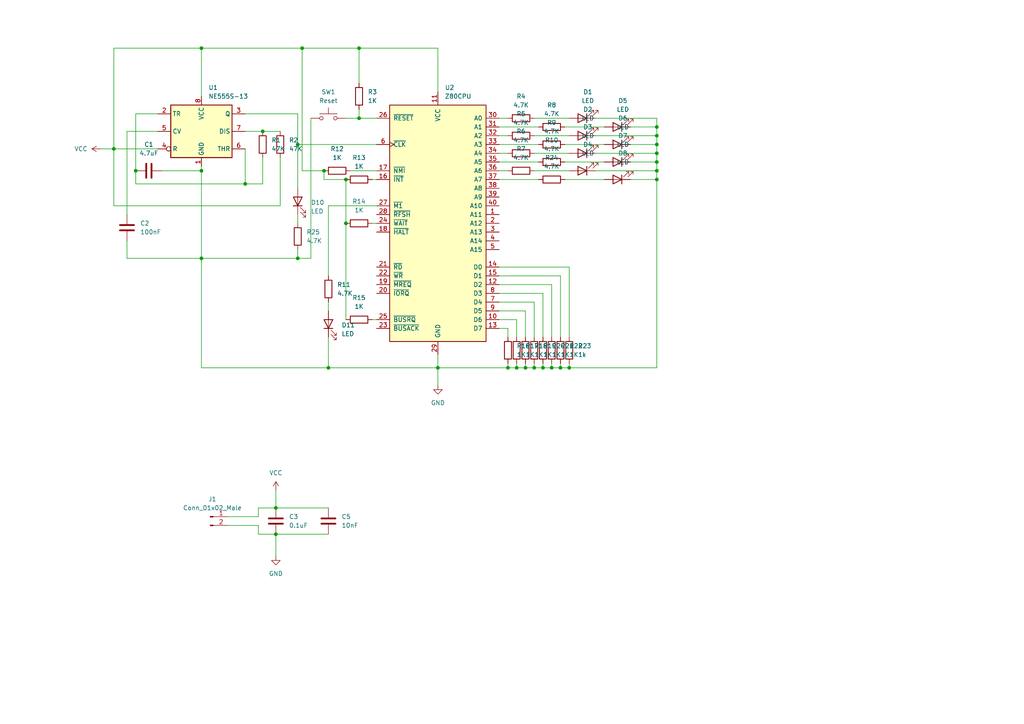
<source format=kicad_sch>
(kicad_sch (version 20211123) (generator eeschema)
  (paper "A4")
  (title_block (title "Z80 tester / blinker ") (date "2022-11-22") (rev "1.0") (company "VarioStudio") (comment 1 "All LEDs should be 1ma rated") (comment 2 "555 timer is set up to approx 0.5 sec perion (R1=R2=47K, C=4.7uF)") (comment 3 "VCC = 5v") (comment 4 "Z80 is not designed to drive LEDs. For short use only"))
  (lib_symbols
    (symbol "CPU:Z80CPU" (pin_names (offset 1.016))
      (property "Reference" "U" (at -13.97 35.56 0))
      (property "Value" "Z80CPU" (at 6.35 35.56 0))
      (symbol "Z80CPU_0_1"
        (rectangle (start -13.97 34.29) (end 13.97 -34.29) (stroke (width 0.254)) (fill (type background)))
      )
      (symbol "Z80CPU_1_1"
        (pin output line (at 17.78 2.54 180) (length 3.81) (name "A11") (number "1"))
        (pin bidirectional line (at 17.78 -27.94 180) (length 3.81) (name "D6") (number "10"))
        (pin power_in line (at 0 38.1 270) (length 3.81) (name "VCC") (number "11"))
        (pin bidirectional line (at 17.78 -17.78 180) (length 3.81) (name "D2") (number "12"))
        (pin bidirectional line (at 17.78 -30.48 180) (length 3.81) (name "D7") (number "13"))
        (pin bidirectional line (at 17.78 -12.7 180) (length 3.81) (name "D0") (number "14"))
        (pin bidirectional line (at 17.78 -15.24 180) (length 3.81) (name "D1") (number "15"))
        (pin input line (at -17.78 12.7 0) (length 3.81) (name "~{INT}") (number "16"))
        (pin input line (at -17.78 15.24 0) (length 3.81) (name "~{NMI}") (number "17"))
        (pin output line (at -17.78 -2.54 0) (length 3.81) (name "~{HALT}") (number "18"))
        (pin output line (at -17.78 -17.78 0) (length 3.81) (name "~{MREQ}") (number "19"))
        (pin output line (at 17.78 0 180) (length 3.81) (name "A12") (number "2"))
        (pin output line (at -17.78 -20.32 0) (length 3.81) (name "~{IORQ}") (number "20"))
        (pin output line (at -17.78 -12.7 0) (length 3.81) (name "~{RD}") (number "21"))
        (pin output line (at -17.78 -15.24 0) (length 3.81) (name "~{WR}") (number "22"))
        (pin output line (at -17.78 -30.48 0) (length 3.81) (name "~{BUSACK}") (number "23"))
        (pin input line (at -17.78 0 0) (length 3.81) (name "~{WAIT}") (number "24"))
        (pin input line (at -17.78 -27.94 0) (length 3.81) (name "~{BUSRQ}") (number "25"))
        (pin input line (at -17.78 30.48 0) (length 3.81) (name "~{RESET}") (number "26"))
        (pin output line (at -17.78 5.08 0) (length 3.81) (name "~{M1}") (number "27"))
        (pin output line (at -17.78 2.54 0) (length 3.81) (name "~{RFSH}") (number "28"))
        (pin power_in line (at 0 -38.1 90) (length 3.81) (name "GND") (number "29"))
        (pin output line (at 17.78 -2.54 180) (length 3.81) (name "A13") (number "3"))
        (pin output line (at 17.78 30.48 180) (length 3.81) (name "A0") (number "30"))
        (pin output line (at 17.78 27.94 180) (length 3.81) (name "A1") (number "31"))
        (pin output line (at 17.78 25.4 180) (length 3.81) (name "A2") (number "32"))
        (pin output line (at 17.78 22.86 180) (length 3.81) (name "A3") (number "33"))
        (pin output line (at 17.78 20.32 180) (length 3.81) (name "A4") (number "34"))
        (pin output line (at 17.78 17.78 180) (length 3.81) (name "A5") (number "35"))
        (pin output line (at 17.78 15.24 180) (length 3.81) (name "A6") (number "36"))
        (pin output line (at 17.78 12.7 180) (length 3.81) (name "A7") (number "37"))
        (pin output line (at 17.78 10.16 180) (length 3.81) (name "A8") (number "38"))
        (pin output line (at 17.78 7.62 180) (length 3.81) (name "A9") (number "39"))
        (pin output line (at 17.78 -5.08 180) (length 3.81) (name "A14") (number "4"))
        (pin output line (at 17.78 5.08 180) (length 3.81) (name "A10") (number "40"))
        (pin output line (at 17.78 -7.62 180) (length 3.81) (name "A15") (number "5"))
        (pin input clock (at -17.78 22.86 0) (length 3.81) (name "~{CLK}") (number "6"))
        (pin bidirectional line (at 17.78 -22.86 180) (length 3.81) (name "D4") (number "7"))
        (pin bidirectional line (at 17.78 -20.32 180) (length 3.81) (name "D3") (number "8"))
        (pin bidirectional line (at 17.78 -25.4 180) (length 3.81) (name "D5") (number "9"))
      )
    )
    (symbol "Connector:Conn_01x02_Male" (pin_names (offset 1.016) hide)
      (property "Reference" "J" (at 0 2.54 0))
      (property "Value" "Conn_01x02_Male" (at 0 -5.08 0))
      (symbol "Conn_01x02_Male_1_1"
        (polyline (pts (xy 1.27 -2.54) (xy 0.8636 -2.54)) (stroke (width 0.1524)))
        (polyline (pts (xy 1.27 0) (xy 0.8636 0)) (stroke (width 0.1524)))
        (rectangle (start 0.8636 -2.413) (end 0 -2.667) (stroke (width 0.1524)) (fill (type outline)))
        (rectangle (start 0.8636 0.127) (end 0 -0.127) (stroke (width 0.1524)) (fill (type outline)))
        (pin passive line (at 5.08 0 180) (length 3.81) (name "Pin_1") (number "1"))
        (pin passive line (at 5.08 -2.54 180) (length 3.81) (name "Pin_2") (number "2"))
      )
    )
    (symbol "Device:C" (pin_numbers hide) (pin_names (offset 0.254))
      (property "Reference" "C" (at 0.635 2.54 0))
      (property "Value" "C" (at 0.635 -2.54 0))
      (symbol "C_0_1"
        (polyline (pts (xy -2.032 -0.762) (xy 2.032 -0.762)) (stroke (width 0.508)))
        (polyline (pts (xy -2.032 0.762) (xy 2.032 0.762)) (stroke (width 0.508)))
      )
      (symbol "C_1_1"
        (pin passive line (at 0 3.81 270) (length 2.794) (name "~") (number "1"))
        (pin passive line (at 0 -3.81 90) (length 2.794) (name "~") (number "2"))
      )
    )
    (symbol "Device:LED" (pin_numbers hide) (pin_names (offset 1.016) hide)
      (property "Reference" "D" (at 0 2.54 0))
      (property "Value" "LED" (at 0 -2.54 0))
      (symbol "LED_0_1"
        (polyline (pts (xy -1.27 -1.27) (xy -1.27 1.27)) (stroke (width 0.254)))
        (polyline (pts (xy -1.27 0) (xy 1.27 0)))
        (polyline (pts (xy 1.27 -1.27) (xy 1.27 1.27) (xy -1.27 0) (xy 1.27 -1.27)) (stroke (width 0.254)))
        (polyline (pts (xy -3.048 -0.762) (xy -4.572 -2.286) (xy -3.81 -2.286) (xy -4.572 -2.286) (xy -4.572 -1.524)))
        (polyline (pts (xy -1.778 -0.762) (xy -3.302 -2.286) (xy -2.54 -2.286) (xy -3.302 -2.286) (xy -3.302 -1.524)))
      )
      (symbol "LED_1_1"
        (pin passive line (at -3.81 0 0) (length 2.54) (name "K") (number "1"))
        (pin passive line (at 3.81 0 180) (length 2.54) (name "A") (number "2"))
      )
    )
    (symbol "Device:R" (pin_numbers hide) (pin_names (offset 0))
      (property "Reference" "R" (at 2.032 0 90))
      (property "Value" "R" (at 0 0 90))
      (symbol "R_0_1"
        (rectangle (start -1.016 -2.54) (end 1.016 2.54) (stroke (width 0.254)))
      )
      (symbol "R_1_1"
        (pin passive line (at 0 3.81 270) (length 1.27) (name "~") (number "1"))
        (pin passive line (at 0 -3.81 90) (length 1.27) (name "~") (number "2"))
      )
    )
    (symbol "Switch:SW_Push" (pin_numbers hide) (pin_names (offset 1.016) hide)
      (property "Reference" "SW" (at 1.27 2.54 0))
      (property "Value" "SW_Push" (at 0 -1.524 0))
      (symbol "SW_Push_0_1"
        (circle (center -2.032 0) (radius 0.508))
        (polyline (pts (xy 0 1.27) (xy 0 3.048)))
        (polyline (pts (xy 2.54 1.27) (xy -2.54 1.27)))
        (circle (center 2.032 0) (radius 0.508))
        (pin passive line (at -5.08 0 0) (length 2.54) (name "1") (number "1"))
        (pin passive line (at 5.08 0 180) (length 2.54) (name "2") (number "2"))
      )
    )
    (symbol "Timer:NA555P"
      (property "Reference" "U" (at -10.16 8.89 0))
      (property "Value" "NA555P" (at 2.54 8.89 0))
      (symbol "NA555P_0_0"
        (pin power_in line (at 0 -10.16 90) (length 2.54) (name "GND") (number "1"))
        (pin power_in line (at 0 10.16 270) (length 2.54) (name "VCC") (number "8"))
      )
      (symbol "NA555P_0_1"
        (rectangle (start -8.89 -7.62) (end 8.89 7.62) (stroke (width 0.254)) (fill (type background)))
        (rectangle (start -8.89 -7.62) (end 8.89 7.62) (stroke (width 0.254)) (fill (type background)))
      )
      (symbol "NA555P_1_1"
        (pin input line (at -12.7 5.08 0) (length 3.81) (name "TR") (number "2"))
        (pin output line (at 12.7 5.08 180) (length 3.81) (name "Q") (number "3"))
        (pin input inverted (at -12.7 -5.08 0) (length 3.81) (name "R") (number "4"))
        (pin input line (at -12.7 0 0) (length 3.81) (name "CV") (number "5"))
        (pin input line (at 12.7 -5.08 180) (length 3.81) (name "THR") (number "6"))
        (pin input line (at 12.7 0 180) (length 3.81) (name "DIS") (number "7"))
      )
    )
    (symbol "power:GND" (power) (pin_names (offset 0))
      (property "Value" "GND" (at 0 -3.81 0))
      (symbol "GND_0_1"
        (polyline (pts (xy 0 0) (xy 0 -1.27) (xy 1.27 -1.27) (xy 0 -2.54) (xy -1.27 -1.27) (xy 0 -1.27)))
      )
      (symbol "GND_1_1"
        (pin power_in line (at 0 0 270) (length 0) hide (name "GND") (number "1"))
      )
    )
    (symbol "power:VCC" (power) (pin_names (offset 0))
      (property "Value" "VCC" (at 0 3.81 0))
      (symbol "VCC_0_1"
        (polyline (pts (xy -0.762 1.27) (xy 0 2.54)))
        (polyline (pts (xy 0 0) (xy 0 2.54)))
        (polyline (pts (xy 0 2.54) (xy 0.762 1.27)))
      )
      (symbol "VCC_1_1"
        (pin power_in line (at 0 0 90) (length 0) hide (name "VCC") (number "1"))
      )
    )
  )
  (junction (at 58.42 74.93))
  (junction (at 190.5 36.83))
  (junction (at 149.86 106.68))
  (junction (at 58.42 49.53))
  (junction (at 127 106.68))
  (junction (at 86.36 74.93))
  (junction (at 93.98 49.53))
  (junction (at 87.63 13.97))
  (junction (at 190.5 46.99))
  (junction (at 157.48 106.68))
  (junction (at 100.33 52.07))
  (junction (at 165.1 106.68))
  (junction (at 80.01 147.32))
  (junction (at 190.5 44.45))
  (junction (at 86.36 41.91))
  (junction (at 71.12 53.34))
  (junction (at 190.5 49.53))
  (junction (at 104.14 13.97))
  (junction (at 152.4 106.68))
  (junction (at 147.32 106.68))
  (junction (at 39.37 49.53))
  (junction (at 162.56 106.68))
  (junction (at 80.01 154.94))
  (junction (at 190.5 52.07))
  (junction (at 154.94 106.68))
  (junction (at 100.33 64.77))
  (junction (at 95.25 106.68))
  (junction (at 190.5 39.37))
  (junction (at 104.14 34.29))
  (junction (at 160.02 106.68))
  (junction (at 76.2 38.1))
  (junction (at 33.02 43.18))
  (junction (at 58.42 13.97))
  (junction (at 190.5 41.91))
  (wire (pts (xy 58.42 49.53) (xy 58.42 74.93)))
  (wire (pts (xy 154.94 39.37) (xy 165.1 39.37)))
  (wire (pts (xy 58.42 74.93) (xy 58.42 106.68)))
  (wire (pts (xy 149.86 105.41) (xy 149.86 106.68)))
  (wire (pts (xy 93.98 49.53) (xy 87.63 49.53)))
  (wire (pts (xy 190.5 44.45) (xy 190.5 46.99)))
  (wire (pts (xy 144.78 52.07) (xy 156.21 52.07)))
  (wire (pts (xy 86.36 74.93) (xy 58.42 74.93)))
  (wire (pts (xy 144.78 36.83) (xy 156.21 36.83)))
  (wire (pts (xy 86.36 33.02) (xy 71.12 33.02)))
  (wire (pts (xy 33.02 43.18) (xy 33.02 59.69)))
  (wire (pts (xy 144.78 34.29) (xy 147.32 34.29)))
  (wire (pts (xy 154.94 105.41) (xy 154.94 106.68)))
  (wire (pts (xy 144.78 41.91) (xy 156.21 41.91)))
  (wire (pts (xy 144.78 49.53) (xy 147.32 49.53)))
  (wire (pts (xy 87.63 13.97) (xy 104.14 13.97)))
  (wire (pts (xy 66.04 152.4) (xy 74.93 152.4)))
  (wire (pts (xy 190.5 46.99) (xy 190.5 49.53)))
  (wire (pts (xy 58.42 27.94) (xy 58.42 13.97)))
  (wire (pts (xy 107.95 64.77) (xy 109.22 64.77)))
  (wire (pts (xy 163.83 41.91) (xy 175.26 41.91)))
  (wire (pts (xy 144.78 80.01) (xy 162.56 80.01)))
  (wire (pts (xy 109.22 41.91) (xy 86.36 41.91)))
  (wire (pts (xy 80.01 147.32) (xy 95.25 147.32)))
  (wire (pts (xy 182.88 52.07) (xy 190.5 52.07)))
  (wire (pts (xy 127 102.87) (xy 127 106.68)))
  (wire (pts (xy 39.37 53.34) (xy 39.37 49.53)))
  (wire (pts (xy 160.02 82.55) (xy 144.78 82.55)))
  (wire (pts (xy 144.78 39.37) (xy 147.32 39.37)))
  (wire (pts (xy 144.78 44.45) (xy 147.32 44.45)))
  (wire (pts (xy 71.12 38.1) (xy 76.2 38.1)))
  (wire (pts (xy 154.94 44.45) (xy 165.1 44.45)))
  (wire (pts (xy 163.83 46.99) (xy 175.26 46.99)))
  (wire (pts (xy 172.72 49.53) (xy 190.5 49.53)))
  (wire (pts (xy 160.02 106.68) (xy 162.56 106.68)))
  (wire (pts (xy 100.33 64.77) (xy 100.33 92.71)))
  (wire (pts (xy 101.6 49.53) (xy 109.22 49.53)))
  (wire (pts (xy 162.56 106.68) (xy 165.1 106.68)))
  (wire (pts (xy 147.32 106.68) (xy 149.86 106.68)))
  (wire (pts (xy 86.36 41.91) (xy 86.36 54.61)))
  (wire (pts (xy 190.5 39.37) (xy 190.5 41.91)))
  (wire (pts (xy 90.17 74.93) (xy 86.36 74.93)))
  (wire (pts (xy 76.2 38.1) (xy 81.28 38.1)))
  (wire (pts (xy 157.48 105.41) (xy 157.48 106.68)))
  (wire (pts (xy 147.32 97.79) (xy 147.32 95.25)))
  (wire (pts (xy 104.14 13.97) (xy 127 13.97)))
  (wire (pts (xy 154.94 49.53) (xy 165.1 49.53)))
  (wire (pts (xy 80.01 154.94) (xy 80.01 161.29)))
  (wire (pts (xy 74.93 149.86) (xy 74.93 147.32)))
  (wire (pts (xy 190.5 41.91) (xy 190.5 44.45)))
  (wire (pts (xy 107.95 92.71) (xy 109.22 92.71)))
  (wire (pts (xy 144.78 90.17) (xy 152.4 90.17)))
  (wire (pts (xy 74.93 147.32) (xy 80.01 147.32)))
  (wire (pts (xy 190.5 52.07) (xy 190.5 106.68)))
  (wire (pts (xy 127 106.68) (xy 147.32 106.68)))
  (wire (pts (xy 33.02 13.97) (xy 58.42 13.97)))
  (wire (pts (xy 86.36 72.39) (xy 86.36 74.93)))
  (wire (pts (xy 165.1 106.68) (xy 190.5 106.68)))
  (wire (pts (xy 190.5 49.53) (xy 190.5 52.07)))
  (wire (pts (xy 95.25 59.69) (xy 95.25 80.01)))
  (wire (pts (xy 154.94 87.63) (xy 144.78 87.63)))
  (wire (pts (xy 95.25 87.63) (xy 95.25 90.17)))
  (wire (pts (xy 127 106.68) (xy 127 111.76)))
  (wire (pts (xy 81.28 45.72) (xy 81.28 59.69)))
  (wire (pts (xy 109.22 59.69) (xy 95.25 59.69)))
  (wire (pts (xy 104.14 34.29) (xy 109.22 34.29)))
  (wire (pts (xy 58.42 48.26) (xy 58.42 49.53)))
  (wire (pts (xy 39.37 49.53) (xy 39.37 33.02)))
  (wire (pts (xy 100.33 34.29) (xy 104.14 34.29)))
  (wire (pts (xy 154.94 97.79) (xy 154.94 87.63)))
  (wire (pts (xy 93.98 49.53) (xy 93.98 52.07)))
  (wire (pts (xy 165.1 77.47) (xy 165.1 97.79)))
  (wire (pts (xy 76.2 45.72) (xy 76.2 53.34)))
  (wire (pts (xy 152.4 105.41) (xy 152.4 106.68)))
  (wire (pts (xy 144.78 77.47) (xy 165.1 77.47)))
  (wire (pts (xy 36.83 74.93) (xy 58.42 74.93)))
  (wire (pts (xy 172.72 39.37) (xy 190.5 39.37)))
  (wire (pts (xy 86.36 62.23) (xy 86.36 64.77)))
  (wire (pts (xy 157.48 85.09) (xy 157.48 97.79)))
  (wire (pts (xy 66.04 149.86) (xy 74.93 149.86)))
  (wire (pts (xy 80.01 142.24) (xy 80.01 147.32)))
  (wire (pts (xy 172.72 44.45) (xy 190.5 44.45)))
  (wire (pts (xy 162.56 80.01) (xy 162.56 97.79)))
  (wire (pts (xy 154.94 106.68) (xy 157.48 106.68)))
  (wire (pts (xy 45.72 43.18) (xy 33.02 43.18)))
  (wire (pts (xy 74.93 154.94) (xy 80.01 154.94)))
  (wire (pts (xy 58.42 13.97) (xy 87.63 13.97)))
  (wire (pts (xy 160.02 97.79) (xy 160.02 82.55)))
  (wire (pts (xy 100.33 52.07) (xy 100.33 64.77)))
  (wire (pts (xy 36.83 62.23) (xy 36.83 38.1)))
  (wire (pts (xy 147.32 105.41) (xy 147.32 106.68)))
  (wire (pts (xy 39.37 33.02) (xy 45.72 33.02)))
  (wire (pts (xy 182.88 36.83) (xy 190.5 36.83)))
  (wire (pts (xy 107.95 52.07) (xy 109.22 52.07)))
  (wire (pts (xy 29.21 43.18) (xy 33.02 43.18)))
  (wire (pts (xy 149.86 97.79) (xy 149.86 92.71)))
  (wire (pts (xy 149.86 106.68) (xy 152.4 106.68)))
  (wire (pts (xy 172.72 34.29) (xy 190.5 34.29)))
  (wire (pts (xy 71.12 53.34) (xy 39.37 53.34)))
  (wire (pts (xy 104.14 31.75) (xy 104.14 34.29)))
  (wire (pts (xy 46.99 49.53) (xy 58.42 49.53)))
  (wire (pts (xy 76.2 53.34) (xy 71.12 53.34)))
  (wire (pts (xy 87.63 49.53) (xy 87.63 13.97)))
  (wire (pts (xy 90.17 34.29) (xy 90.17 74.93)))
  (wire (pts (xy 95.25 106.68) (xy 127 106.68)))
  (wire (pts (xy 104.14 13.97) (xy 104.14 24.13)))
  (wire (pts (xy 163.83 52.07) (xy 175.26 52.07)))
  (wire (pts (xy 74.93 152.4) (xy 74.93 154.94)))
  (wire (pts (xy 144.78 85.09) (xy 157.48 85.09)))
  (wire (pts (xy 154.94 34.29) (xy 165.1 34.29)))
  (wire (pts (xy 144.78 46.99) (xy 156.21 46.99)))
  (wire (pts (xy 149.86 92.71) (xy 144.78 92.71)))
  (wire (pts (xy 33.02 43.18) (xy 33.02 13.97)))
  (wire (pts (xy 182.88 46.99) (xy 190.5 46.99)))
  (wire (pts (xy 157.48 106.68) (xy 160.02 106.68)))
  (wire (pts (xy 165.1 105.41) (xy 165.1 106.68)))
  (wire (pts (xy 36.83 38.1) (xy 45.72 38.1)))
  (wire (pts (xy 190.5 36.83) (xy 190.5 39.37)))
  (wire (pts (xy 93.98 52.07) (xy 100.33 52.07)))
  (wire (pts (xy 162.56 105.41) (xy 162.56 106.68)))
  (wire (pts (xy 58.42 106.68) (xy 95.25 106.68)))
  (wire (pts (xy 152.4 106.68) (xy 154.94 106.68)))
  (wire (pts (xy 182.88 41.91) (xy 190.5 41.91)))
  (wire (pts (xy 86.36 41.91) (xy 86.36 33.02)))
  (wire (pts (xy 147.32 95.25) (xy 144.78 95.25)))
  (wire (pts (xy 95.25 97.79) (xy 95.25 106.68)))
  (wire (pts (xy 163.83 36.83) (xy 175.26 36.83)))
  (wire (pts (xy 152.4 90.17) (xy 152.4 97.79)))
  (wire (pts (xy 190.5 34.29) (xy 190.5 36.83)))
  (wire (pts (xy 36.83 69.85) (xy 36.83 74.93)))
  (wire (pts (xy 71.12 43.18) (xy 71.12 53.34)))
  (wire (pts (xy 80.01 154.94) (xy 95.25 154.94)))
  (wire (pts (xy 33.02 59.69) (xy 81.28 59.69)))
  (wire (pts (xy 127 13.97) (xy 127 26.67)))
  (wire (pts (xy 160.02 105.41) (xy 160.02 106.68)))
  (symbol (lib_id "Device:R") (at 86.36 68.58 0) (unit 1)
    (property "Reference" "R25" (at 88.9 67.3099 0) (effects (justify left)))
    (property "Value" "4.7K" (at 88.9 69.8499 0) (effects (justify left)))
    (property "Footprint" "Resistor_SMD:R_0603_1608Metric" (effects hide))
  )
  (symbol (lib_id "power:GND") (at 127 111.76 0) (unit 1)
    (property "Reference" "#PWR05" (effects hide))
    (property "Value" "GND" (at 127 116.84 0))
  )
  (symbol (lib_id "Device:C") (at 80.01 151.13 0) (unit 1)
    (property "Reference" "C3" (at 83.82 149.8599 0) (effects (justify left)))
    (property "Value" "0.1uF" (at 83.82 152.3999 0) (effects (justify left)))
    (property "Footprint" "Capacitor_SMD:C_0603_1608Metric" (effects hide))
  )
  (symbol (lib_id "Device:R") (at 160.02 46.99 90) (unit 1)
    (property "Reference" "R10" (at 160.02 40.64 90))
    (property "Value" "4.7K" (at 160.02 43.18 90))
    (property "Footprint" "Resistor_SMD:R_0603_1608Metric" (effects hide))
  )
  (symbol (lib_id "Device:R") (at 104.14 92.71 90) (unit 1)
    (property "Reference" "R15" (at 104.14 86.36 90))
    (property "Value" "1K" (at 104.14 88.9 90))
    (property "Footprint" "Resistor_SMD:R_0603_1608Metric" (effects hide))
  )
  (symbol (lib_id "Device:R") (at 160.02 41.91 90) (unit 1)
    (property "Reference" "R9" (at 160.02 35.56 90))
    (property "Value" "4.7K" (at 160.02 38.1 90))
    (property "Footprint" "Resistor_SMD:R_0603_1608Metric" (effects hide))
  )
  (symbol (lib_id "Device:LED") (at 179.07 52.07 180) (unit 1)
    (property "Reference" "D8" (at 180.6575 44.45 0))
    (property "Value" "LED" (at 180.6575 46.99 0))
    (property "Footprint" "LED_SMD:LED_0402_1005Metric" (effects hide))
  )
  (symbol (lib_id "Device:R") (at 147.32 101.6 0) (unit 1)
    (property "Reference" "R16" (at 149.86 100.3299 0) (effects (justify left)))
    (property "Value" "1K" (at 149.86 102.8699 0) (effects (justify left)))
    (property "Footprint" "Resistor_SMD:R_0603_1608Metric" (effects hide))
  )
  (symbol (lib_id "power:VCC") (at 29.21 43.18 90) (unit 1)
    (property "Reference" "#PWR02" (effects hide))
    (property "Value" "VCC" (at 25.4 43.1799 90) (effects (justify left)))
  )
  (symbol (lib_id "Device:R") (at 160.02 36.83 90) (unit 1)
    (property "Reference" "R8" (at 160.02 30.48 90))
    (property "Value" "4.7K" (at 160.02 33.02 90))
    (property "Footprint" "Resistor_SMD:R_0603_1608Metric" (effects hide))
  )
  (symbol (lib_id "Device:LED") (at 179.07 36.83 180) (unit 1)
    (property "Reference" "D5" (at 180.6575 29.21 0))
    (property "Value" "LED" (at 180.6575 31.75 0))
    (property "Footprint" "LED_SMD:LED_0402_1005Metric" (effects hide))
  )
  (symbol (lib_id "Device:R") (at 104.14 64.77 90) (unit 1)
    (property "Reference" "R14" (at 104.14 58.42 90))
    (property "Value" "1K" (at 104.14 60.96 90))
    (property "Footprint" "Resistor_SMD:R_0603_1608Metric" (effects hide))
  )
  (symbol (lib_id "Device:R") (at 95.25 83.82 0) (unit 1)
    (property "Reference" "R11" (at 97.79 82.5499 0) (effects (justify left)))
    (property "Value" "4.7K" (at 97.79 85.0899 0) (effects (justify left)))
    (property "Footprint" "Resistor_SMD:R_0603_1608Metric" (effects hide))
  )
  (symbol (lib_id "Device:R") (at 149.86 101.6 0) (unit 1)
    (property "Reference" "R17" (at 152.4 100.3299 0) (effects (justify left)))
    (property "Value" "1K" (at 152.4 102.8699 0) (effects (justify left)))
    (property "Footprint" "Resistor_SMD:R_0603_1608Metric" (effects hide))
  )
  (symbol (lib_id "Device:R") (at 160.02 52.07 90) (unit 1)
    (property "Reference" "R24" (at 160.02 45.72 90))
    (property "Value" "4.7K" (at 160.02 48.26 90))
    (property "Footprint" "Resistor_SMD:R_0603_1608Metric" (effects hide))
  )
  (symbol (lib_id "Device:R") (at 152.4 101.6 0) (unit 1)
    (property "Reference" "R18" (at 154.94 100.3299 0) (effects (justify left)))
    (property "Value" "1K" (at 154.94 102.8699 0) (effects (justify left)))
    (property "Footprint" "Resistor_SMD:R_0603_1608Metric" (effects hide))
  )
  (symbol (lib_id "Device:LED") (at 168.91 34.29 180) (unit 1)
    (property "Reference" "D1" (at 170.4975 26.67 0))
    (property "Value" "LED" (at 170.4975 29.21 0))
    (property "Footprint" "LED_SMD:LED_0402_1005Metric" (effects hide))
  )
  (symbol (lib_id "Device:LED") (at 179.07 46.99 180) (unit 1)
    (property "Reference" "D7" (at 180.6575 39.37 0))
    (property "Value" "LED" (at 180.6575 41.91 0))
    (property "Footprint" "LED_SMD:LED_0402_1005Metric" (effects hide))
  )
  (symbol (lib_id "Device:LED") (at 168.91 49.53 180) (unit 1)
    (property "Reference" "D4" (at 170.4975 41.91 0))
    (property "Value" "LED" (at 170.4975 44.45 0))
    (property "Footprint" "LED_SMD:LED_0402_1005Metric" (effects hide))
  )
  (symbol (lib_id "Device:R") (at 97.79 49.53 90) (unit 1)
    (property "Reference" "R12" (at 97.79 43.18 90))
    (property "Value" "1K" (at 97.79 45.72 90))
    (property "Footprint" "Resistor_SMD:R_0603_1608Metric" (effects hide))
  )
  (symbol (lib_id "Device:R") (at 154.94 101.6 0) (unit 1)
    (property "Reference" "R19" (at 157.48 100.3299 0) (effects (justify left)))
    (property "Value" "1K" (at 157.48 102.8699 0) (effects (justify left)))
    (property "Footprint" "Resistor_SMD:R_0603_1608Metric" (effects hide))
  )
  (symbol (lib_id "Device:R") (at 165.1 101.6 0) (unit 1)
    (property "Reference" "R23" (at 167.64 100.3299 0) (effects (justify left)))
    (property "Value" "1k" (at 167.64 102.8699 0) (effects (justify left)))
    (property "Footprint" "Resistor_SMD:R_0603_1608Metric" (effects hide))
  )
  (symbol (lib_id "Device:C") (at 36.83 66.04 0) (unit 1)
    (property "Reference" "C2" (at 40.64 64.7699 0) (effects (justify left)))
    (property "Value" "100nF" (at 40.64 67.3099 0) (effects (justify left)))
    (property "Footprint" "Capacitor_SMD:C_0603_1608Metric" (effects hide))
  )
  (symbol (lib_id "Device:R") (at 151.13 39.37 90) (unit 1)
    (property "Reference" "R5" (at 151.13 33.02 90))
    (property "Value" "4.7K" (at 151.13 35.56 90))
    (property "Footprint" "Resistor_SMD:R_0603_1608Metric" (effects hide))
  )
  (symbol (lib_id "power:VCC") (at 80.01 142.24 0) (unit 1)
    (property "Reference" "#PWR03" (effects hide))
    (property "Value" "VCC" (at 80.01 137.16 0))
  )
  (symbol (lib_id "Device:R") (at 157.48 101.6 0) (unit 1)
    (property "Reference" "R20" (at 160.02 100.3299 0) (effects (justify left)))
    (property "Value" "1K" (at 160.02 102.8699 0) (effects (justify left)))
    (property "Footprint" "Resistor_SMD:R_0603_1608Metric" (effects hide))
  )
  (symbol (lib_id "power:GND") (at 80.01 161.29 0) (unit 1)
    (property "Reference" "#PWR04" (effects hide))
    (property "Value" "GND" (at 80.01 166.37 0))
  )
  (symbol (lib_id "CPU:Z80CPU") (at 127 64.77 0) (unit 1)
    (property "Reference" "U2" (at 129.0194 25.4 0) (effects (justify left)))
    (property "Value" "Z80CPU" (at 129.0194 27.94 0) (effects (justify left)))
    (property "Footprint" "Package_DIP:DIP-40_W15.24mm_Socket" (effects hide))
    (property "Datasheet" "www.zilog.com/manage_directlink.php?filepath=docs/z80/um0080" (effects hide))
  )
  (symbol (lib_id "Device:C") (at 43.18 49.53 90) (unit 1)
    (property "Reference" "C1" (at 43.18 41.91 90))
    (property "Value" "4.7uF" (at 43.18 44.45 90))
    (property "Footprint" "Capacitor_SMD:C_0603_1608Metric" (effects hide))
  )
  (symbol (lib_id "Device:R") (at 151.13 44.45 90) (unit 1)
    (property "Reference" "R6" (at 151.13 38.1 90))
    (property "Value" "4.7K" (at 151.13 40.64 90))
    (property "Footprint" "Resistor_SMD:R_0603_1608Metric" (effects hide))
  )
  (symbol (lib_id "Device:LED") (at 168.91 39.37 180) (unit 1)
    (property "Reference" "D2" (at 170.4975 31.75 0))
    (property "Value" "LED" (at 170.4975 34.29 0))
    (property "Footprint" "LED_SMD:LED_0402_1005Metric" (effects hide))
  )
  (symbol (lib_id "Device:R") (at 151.13 49.53 90) (unit 1)
    (property "Reference" "R7" (at 151.13 43.18 90))
    (property "Value" "4.7K" (at 151.13 45.72 90))
    (property "Footprint" "Resistor_SMD:R_0603_1608Metric" (effects hide))
  )
  (symbol (lib_id "Device:LED") (at 95.25 93.98 90) (unit 1)
    (property "Reference" "D11" (at 99.06 94.2974 90) (effects (justify right)))
    (property "Value" "LED" (at 99.06 96.8374 90) (effects (justify right)))
    (property "Footprint" "LED_SMD:LED_0402_1005Metric" (effects hide))
  )
  (symbol (lib_id "Connector:Conn_01x02_Male") (at 60.96 149.86 0) (unit 1)
    (property "Reference" "J1" (at 61.595 144.78 0))
    (property "Value" "Conn_01x02_Male" (at 61.595 147.32 0))
    (property "Footprint" "Connector_PinHeader_2.54mm:PinHeader_1x02_P2.54mm_Vertical" (effects hide))
  )
  (symbol (lib_id "Device:R") (at 162.56 101.6 0) (unit 1)
    (property "Reference" "R22" (at 165.1 100.3299 0) (effects (justify left)))
    (property "Value" "1K" (at 165.1 102.8699 0) (effects (justify left)))
    (property "Footprint" "Resistor_SMD:R_0603_1608Metric" (effects hide))
  )
  (symbol (lib_id "Device:R") (at 81.28 41.91 0) (unit 1)
    (property "Reference" "R2" (at 83.82 40.6399 0) (effects (justify left)))
    (property "Value" "47K" (at 83.82 43.1799 0) (effects (justify left)))
    (property "Footprint" "Resistor_SMD:R_0603_1608Metric" (effects hide))
  )
  (symbol (lib_id "Device:R") (at 104.14 27.94 0) (unit 1)
    (property "Reference" "R3" (at 106.68 26.6699 0) (effects (justify left)))
    (property "Value" "1K" (at 106.68 29.2099 0) (effects (justify left)))
    (property "Footprint" "Resistor_SMD:R_0603_1608Metric" (effects hide))
  )
  (symbol (lib_id "Device:LED") (at 86.36 58.42 90) (unit 1)
    (property "Reference" "D10" (at 90.17 58.7374 90) (effects (justify right)))
    (property "Value" "LED" (at 90.17 61.2774 90) (effects (justify right)))
    (property "Footprint" "LED_SMD:LED_0402_1005Metric" (effects hide))
  )
  (symbol (lib_id "Device:LED") (at 168.91 44.45 180) (unit 1)
    (property "Reference" "D3" (at 170.4975 36.83 0))
    (property "Value" "LED" (at 170.4975 39.37 0))
    (property "Footprint" "LED_SMD:LED_0402_1005Metric" (effects hide))
  )
  (symbol (lib_id "Device:LED") (at 179.07 41.91 180) (unit 1)
    (property "Reference" "D6" (at 180.6575 34.29 0))
    (property "Value" "LED" (at 180.6575 36.83 0))
    (property "Footprint" "LED_SMD:LED_0402_1005Metric" (effects hide))
  )
  (symbol (lib_id "Device:R") (at 76.2 41.91 180) (unit 1)
    (property "Reference" "R1" (at 78.74 40.6399 0) (effects (justify right)))
    (property "Value" "47K" (at 78.74 43.1799 0) (effects (justify right)))
    (property "Footprint" "Resistor_SMD:R_0603_1608Metric" (effects hide))
  )
  (symbol (lib_id "Timer:NA555P") (at 58.42 38.1 0) (unit 1)
    (property "Reference" "U1" (at 60.4394 25.4 0) (effects (justify left)))
    (property "Value" "NE555S-13" (at 60.4394 27.94 0) (effects (justify left)))
    (property "Footprint" "Package_SO:SO-8_3.9x4.9mm_P1.27mm" (effects hide))
    (property "Datasheet" "http://www.ti.com/lit/ds/symlink/ne555.pdf" (effects hide))
  )
  (symbol (lib_id "Switch:SW_Push") (at 95.25 34.29 0) (unit 1)
    (property "Reference" "SW1" (at 95.25 26.67 0))
    (property "Value" "Reset" (at 95.25 29.21 0))
    (property "Footprint" "Button_Switch_THT:SW_PUSH_6mm" (effects hide))
  )
  (symbol (lib_id "Device:R") (at 104.14 52.07 90) (unit 1)
    (property "Reference" "R13" (at 104.14 45.72 90))
    (property "Value" "1K" (at 104.14 48.26 90))
    (property "Footprint" "Resistor_SMD:R_0603_1608Metric" (effects hide))
  )
  (symbol (lib_id "Device:C") (at 95.25 151.13 0) (unit 1)
    (property "Reference" "C5" (at 99.06 149.8599 0) (effects (justify left)))
    (property "Value" "10nF" (at 99.06 152.3999 0) (effects (justify left)))
    (property "Footprint" "Capacitor_SMD:C_0603_1608Metric" (effects hide))
  )
  (symbol (lib_id "Device:R") (at 160.02 101.6 0) (unit 1)
    (property "Reference" "R21" (at 162.56 100.3299 0) (effects (justify left)))
    (property "Value" "1K" (at 162.56 102.8699 0) (effects (justify left)))
    (property "Footprint" "Resistor_SMD:R_0603_1608Metric" (effects hide))
  )
  (symbol (lib_id "Device:R") (at 151.13 34.29 90) (unit 1)
    (property "Reference" "R4" (at 151.13 27.94 90))
    (property "Value" "4.7K" (at 151.13 30.48 90))
    (property "Footprint" "Resistor_SMD:R_0603_1608Metric" (effects hide))
  )
)
</source>
